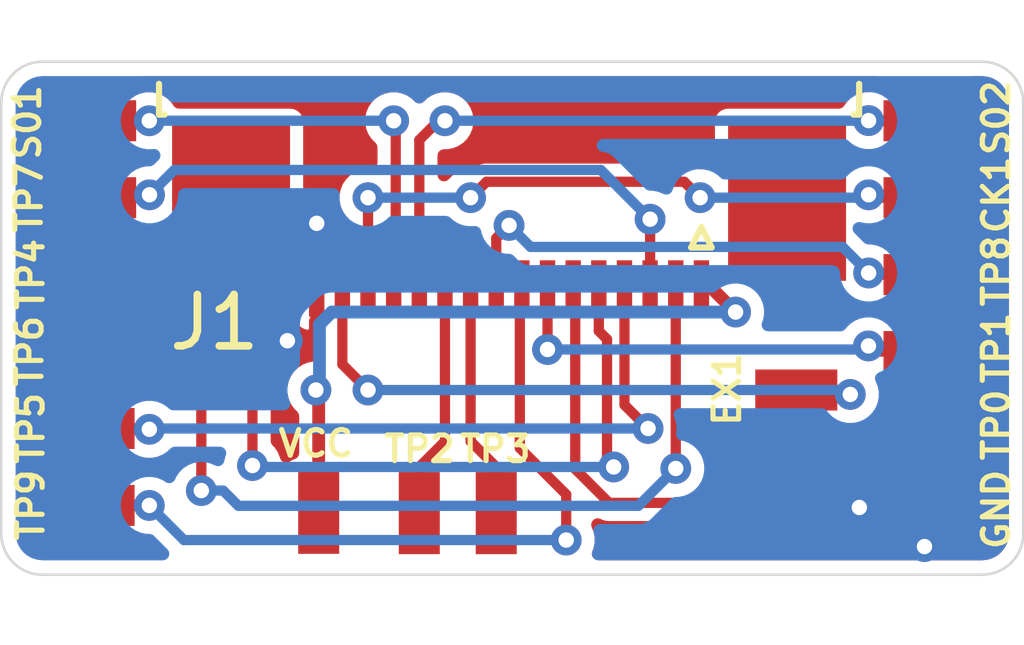
<source format=kicad_pcb>
(kicad_pcb (version 20211014) (generator pcbnew)
  (layers (0 "F.Cu" signal) (31 "B.Cu" signal) (34 "B.Paste" user) (35 "F.Paste" user) (36 "B.SilkS" user "B.Silkscreen") (37 "F.SilkS" user "F.Silkscreen") (38 "B.Mask" user) (39 "F.Mask" user) (44 "Edge.Cuts" user))
  (net 0 "")
  (net 1 "GND")
  (net 2 "GBA_CLK")
  (net 3 "GBA_AUD1")
  (net 4 "GBA_UP")
  (net 5 "GBA_START")
  (net 6 "GBA_DOWN")
  (net 7 "GBA_AUD2")
  (net 8 "GBA_A")
  (net 9 "GBA_SELECT")
  (net 10 "GBA_L")
  (net 11 "GBA_LEFT")
  (net 12 "GBA_VCC")
  (net 13 "GBA_RIGHT")
  (net 14 "GBA_R")
  (net 15 "GBA_B")
  (net 16 "EX1")
  (footprint "OFFSET:SOLDER_PAD" (layer "F.Cu") (at 189 63 -90)
    (fp_text reference "J8")
    (fp_text value "TP1" (at 0.675 -1.25 90) (layer "F.SilkS") (effects (font (size 0.5 0.5) (thickness 0.1)) (justify left)))
    (pad "1" smd rect locked (at 0 -0.25 270) (size 0.8 1.6) (drill (offset 0 0.4)) (layers "F.Cu" "F.Paste" "F.Mask") (net 15 "GBA_B"))
  )
  (footprint "OFFSET:SOLDER_PAD" (layer "F.Cu") (at 189 61.5 -90)
    (fp_text reference "J10")
    (fp_text value "TP8" (at 0.675 -1.25 90) (layer "F.SilkS") (effects (font (size 0.5 0.5) (thickness 0.1)) (justify left)))
    (pad "1" smd rect locked (at 0 -0.25 270) (size 0.8 1.6) (drill (offset 0 0.4)) (layers "F.Cu" "F.Paste" "F.Mask") (net 14 "GBA_R"))
  )
  (footprint "OFFSET:SOLDER_PAD" (layer "F.Cu") (at 189 58.5 -90)
    (fp_text reference "J13")
    (fp_text value "S02" (at 0.725 -1.25 90) (layer "F.SilkS") (effects (font (size 0.5 0.5) (thickness 0.1)) (justify left)))
    (pad "1" smd rect locked (at 0 -0.25 270) (size 0.8 1.6) (drill (offset 0 0.4)) (layers "F.Cu" "F.Paste" "F.Mask") (net 7 "GBA_AUD2"))
  )
  (footprint "OFFSET:SOLDER_PAD" (layer "F.Cu") (at 172.5295 58.5 90)
    (fp_text reference "J14")
    (fp_text value "S01" (at 0.75 -1.175 90) (layer "F.SilkS") (effects (font (size 0.5 0.5) (thickness 0.1)) (justify right)))
    (pad "1" smd rect locked (at 0 -0.25 90) (size 0.8 1.6) (drill (offset 0 0.4)) (layers "F.Cu" "F.Paste" "F.Mask") (net 3 "GBA_AUD1"))
  )
  (footprint "OFFSET:SOLDER_PAD" (layer "F.Cu") (at 186.5 63.75 -90)
    (fp_text reference "J16")
    (fp_text value "EX1" (at 0.75 1.5 90) (layer "F.SilkS") (effects (font (size 0.5 0.5) (thickness 0.1)) (justify left)))
    (pad "1" smd rect locked (at 0 -0.25 270) (size 0.8 1.6) (drill (offset 0 0.4)) (layers "F.Cu" "F.Paste" "F.Mask") (net 16 "EX1"))
  )
  (footprint "OFFSET:SOLDER_PAD" (layer "F.Cu") (at 189 64.5 -90)
    (fp_text reference "J7")
    (fp_text value "TP0" (at 0.675 -1.25 90) (layer "F.SilkS") (effects (font (size 0.5 0.5) (thickness 0.1)) (justify left)))
    (pad "1" smd rect locked (at 0 -0.25 270) (size 0.8 1.6) (drill (offset 0 0.4)) (layers "F.Cu" "F.Paste" "F.Mask") (net 8 "GBA_A"))
  )
  (footprint "OFFSET:SOLDER_PAD" (layer "F.Cu") (at 179 66)
    (fp_text reference "J12")
    (fp_text value "TP2" (at 0.75 -1.1) (layer "F.SilkS") (effects (font (size 0.5 0.5) (thickness 0.1)) (justify right)))
    (pad "1" smd rect locked (at 0 -0.25) (size 0.8 1.6) (drill (offset 0 0.4)) (layers "F.Cu" "F.Paste" "F.Mask") (net 9 "GBA_SELECT"))
  )
  (footprint "OFFSET:SOLDER_PAD" (layer "F.Cu") (at 172.5 61.5 90)
    (fp_text reference "J6")
    (fp_text value "TP4" (at 0.75 -1.0795 90) (layer "F.SilkS") (effects (font (size 0.5 0.5) (thickness 0.1)) (justify right)))
    (pad "1" smd rect locked (at 0 -0.25 90) (size 0.8 1.6) (drill (offset 0 0.4)) (layers "F.Cu" "F.Paste" "F.Mask") (net 13 "GBA_RIGHT"))
  )
  (footprint "OFFSET:SOLDER_PAD" (layer "F.Cu") (at 172.5295 60 90)
    (fp_text reference "J4")
    (fp_text value "TP7" (at 0.75 -1.143 270) (layer "F.SilkS") (effects (font (size 0.5 0.5) (thickness 0.1)) (justify right)))
    (pad "1" smd rect locked (at 0 -0.25 90) (size 0.8 1.6) (drill (offset 0 0.4)) (layers "F.Cu" "F.Paste" "F.Mask") (net 6 "GBA_DOWN"))
  )
  (footprint "OFFSET:SOLDER_PAD" (layer "F.Cu") (at 172.5 63 90)
    (fp_text reference "J3")
    (fp_text value "TP6" (at 0.75 -1.1 270) (layer "F.SilkS") (effects (font (size 0.5 0.5) (thickness 0.1)) (justify right)))
    (pad "1" smd rect locked (at 0 -0.25 90) (size 0.8 1.6) (drill (offset 0 0.4)) (layers "F.Cu" "F.Paste" "F.Mask") (net 4 "GBA_UP"))
  )
  (footprint "OFFSET:SOLDER_PAD" (layer "F.Cu") (at 172.5 66 90)
    (fp_text reference "J9")
    (fp_text value "TP9" (at 0.75 -1.0795 90) (layer "F.SilkS") (effects (font (size 0.5 0.5) (thickness 0.1)) (justify right)))
    (pad "1" smd rect locked (at 0 -0.25 90) (size 0.8 1.6) (drill (offset 0 0.4)) (layers "F.Cu" "F.Paste" "F.Mask") (net 10 "GBA_L"))
  )
  (footprint "OFFSET:SOLDER_PAD" (layer "F.Cu") (at 172.5 64.5 90)
    (fp_text reference "J5")
    (fp_text value "TP5" (at 0.75 -1.0795 270) (layer "F.SilkS") (effects (font (size 0.5 0.5) (thickness 0.1)) (justify right)))
    (pad "1" smd rect locked (at 0 -0.25 90) (size 0.8 1.6) (drill (offset 0 0.4)) (layers "F.Cu" "F.Paste" "F.Mask") (net 11 "GBA_LEFT"))
  )
  (footprint "OFFSET:SOLDER_PAD" (layer "F.Cu") (at 177.038 66.294 180)
    (fp_text reference "J2")
    (fp_text value "VCC" (at -0.725 1.5 180) (layer "F.SilkS") (effects (font (size 0.5 0.5) (thickness 0.1)) (justify right)))
    (pad "1" smd rect locked (at 0 -0.25 180) (size 0.8 1.6) (drill (offset 0 0.4)) (layers "F.Cu" "F.Paste" "F.Mask") (net 12 "GBA_VCC"))
  )
  (footprint "OFFSET:SOLDER_PAD" (layer "F.Cu") (at 189 66 -90)
    (fp_text reference "J17")
    (fp_text value "GND" (at -0.75 -1.25 90) (layer "F.SilkS") (effects (font (size 0.5 0.5) (thickness 0.1)) (justify right)))
    (pad "1" smd rect locked (at 0 -0.25 270) (size 0.8 1.6) (drill (offset 0 0.4)) (layers "F.Cu" "F.Paste" "F.Mask") (net 1 "GND"))
  )
  (footprint "OFFSET:SOLDER_PAD" (layer "F.Cu") (at 189 60 -90)
    (fp_text reference "J15")
    (fp_text value "CK1" (at 0.75 -1.25 90) (layer "F.SilkS") (effects (font (size 0.5 0.5) (thickness 0.1)) (justify left)))
    (pad "1" smd rect locked (at 0 -0.25 270) (size 0.8 1.6) (drill (offset 0 0.4)) (layers "F.Cu" "F.Paste" "F.Mask") (net 2 "GBA_CLK"))
  )
  (footprint "OFFSET:SOLDER_PAD" (layer "F.Cu") (at 180.5 66)
    (fp_text reference "J11")
    (fp_text value "TP3" (at 0.725 -1.1) (layer "F.SilkS") (effects (font (size 0.5 0.5) (thickness 0.1)) (justify right)))
    (pad "1" smd rect locked (at 0 -0.25) (size 0.8 1.6) (drill (offset 0 0.4)) (layers "F.Cu" "F.Paste" "F.Mask") (net 5 "GBA_START"))
  )
  (footprint "Connector_FFC-FPC:TE_1-1734839-6_1x16-1MP_P0.5mm_Horizontal" (layer "F.Cu") (at 180.75 60.421 180)
    (fp_text reference "J1" (at 5.744 -2.0122) (layer "F.SilkS"))
    (fp_text value "Conn_01x16")
    (fp_line (start -3.75 -0.15) (end -3.55 -0.55) (layer "F.SilkS") (width 0.12))
    (fp_line (start 6.715 2.04) (end 6.825 2.04) (layer "F.SilkS") (width 0.12))
    (fp_line (start -6.715 2.04) (end -6.825 2.04) (layer "F.SilkS") (width 0.12))
    (fp_line (start 6.825 2.04) (end 6.825 2.64) (layer "F.SilkS") (width 0.12))
    (fp_line (start -6.825 2.04) (end -6.825 2.64) (layer "F.SilkS") (width 0.12))
    (fp_line (start -3.95 -0.55) (end -3.75 -0.15) (layer "F.SilkS") (width 0.12))
    (fp_line (start -3.55 -0.55) (end -3.95 -0.55) (layer "F.SilkS") (width 0.12))
    (pad "1" smd rect locked (at -3.75 -1.35 180) (size 0.3 1.1) (layers "F.Cu" "F.Paste" "F.Mask") (net 12 "GBA_VCC"))
    (pad "2" smd rect locked (at -3.25 -1.35 180) (size 0.3 1.1) (layers "F.Cu" "F.Paste" "F.Mask") (net 4 "GBA_UP"))
    (pad "3" smd rect locked (at -2.75 -1.35 180) (size 0.3 1.1) (layers "F.Cu" "F.Paste" "F.Mask") (net 6 "GBA_DOWN"))
    (pad "4" smd rect locked (at -2.25 -1.35 180) (size 0.3 1.1) (layers "F.Cu" "F.Paste" "F.Mask") (net 11 "GBA_LEFT"))
    (pad "5" smd rect locked (at -1.75 -1.35 180) (size 0.3 1.1) (layers "F.Cu" "F.Paste" "F.Mask") (net 13 "GBA_RIGHT"))
    (pad "6" smd rect locked (at -1.25 -1.35 180) (size 0.3 1.1) (layers "F.Cu" "F.Paste" "F.Mask") (net 8 "GBA_A"))
    (pad "7" smd rect locked (at -0.75 -1.35 180) (size 0.3 1.1) (layers "F.Cu" "F.Paste" "F.Mask") (net 15 "GBA_B"))
    (pad "8" smd rect locked (at -0.25 -1.35 180) (size 0.3 1.1) (layers "F.Cu" "F.Paste" "F.Mask") (net 10 "GBA_L"))
    (pad "9" smd rect locked (at 0.25 -1.35 180) (size 0.3 1.1) (layers "F.Cu" "F.Paste" "F.Mask") (net 14 "GBA_R"))
    (pad "10" smd rect locked (at 0.75 -1.35 180) (size 0.3 1.1) (layers "F.Cu" "F.Paste" "F.Mask") (net 5 "GBA_START"))
    (pad "11" smd rect locked (at 1.25 -1.35 180) (size 0.3 1.1) (layers "F.Cu" "F.Paste" "F.Mask") (net 9 "GBA_SELECT"))
    (pad "12" smd rect locked (at 1.75 -1.35 180) (size 0.3 1.1) (layers "F.Cu" "F.Paste" "F.Mask") (net 7 "GBA_AUD2"))
    (pad "13" smd rect locked (at 2.25 -1.35 180) (size 0.3 1.1) (layers "F.Cu" "F.Paste" "F.Mask") (net 3 "GBA_AUD1"))
    (pad "14" smd rect locked (at 2.75 -1.35 180) (size 0.3 1.1) (layers "F.Cu" "F.Paste" "F.Mask") (net 2 "GBA_CLK"))
    (pad "15" smd rect locked (at 3.25 -1.35 180) (size 0.3 1.1) (layers "F.Cu" "F.Paste" "F.Mask") (net 16 "EX1"))
    (pad "16" smd rect locked (at 3.75 -1.35 180) (size 0.3 1.1) (layers "F.Cu" "F.Paste" "F.Mask") (net 1 "GND"))
    (pad "MP" smd rect locked (at -5.42 0.35 180) (size 2.3 3.1) (layers "F.Cu" "F.Paste" "F.Mask"))
    (pad "MP" smd rect locked (at 5.42 0.35 180) (size 2.3 3.1) (layers "F.Cu" "F.Paste" "F.Mask"))
  )
  (gr_line (start 189.975 57.35) (end 171.65 57.35) (layer "Edge.Cuts") (width 0.05))
  (gr_arc (start 190.775 66.55) (mid 190.540685 67.115685) (end 189.975 67.35) (layer "Edge.Cuts") (width 0.05))
  (gr_line (start 170.85 58.15) (end 170.85 66.55) (layer "Edge.Cuts") (width 0.05))
  (gr_arc (start 189.975 57.35) (mid 190.540685 57.584315) (end 190.775 58.15) (layer "Edge.Cuts") (width 0.05))
  (gr_arc (start 171.65 67.35) (mid 171.084315 67.115685) (end 170.85 66.55) (layer "Edge.Cuts") (width 0.05))
  (gr_line (start 190.775 66.55) (end 190.775 58.15) (layer "Edge.Cuts") (width 0.05))
  (gr_arc (start 170.85 58.15) (mid 171.084315 57.584315) (end 171.65 57.35) (layer "Edge.Cuts") (width 0.05))
  (gr_line (start 171.65 67.35) (end 189.975 67.35) (layer "Edge.Cuts") (width 0.05))
  (segment (start 177 60.5) (end 177 62.954) (width 0.2) (layer "F.Cu") (net 1))
  (segment (start 177 62.954) (end 177.038 62.992) (width 0.2) (layer "F.Cu") (net 1))
  (segment (start 177 60.5) (end 177 60.5) (width 0.2) (layer "F.Cu") (net 1))
  (via (at 176.4284 62.7888) (size 0.6) (drill 0.3) (layers "F.Cu" "B.Cu") (net 1))
  (via (at 177 60.5) (size 0.6) (drill 0.3) (layers "F.Cu" "B.Cu") (net 1))
  (via (at 188.849 66.802) (size 0.6) (drill 0.3) (layers "F.Cu" "B.Cu") (net 1))
  (via (at 187.579 66.04) (size 0.6) (drill 0.3) (layers "F.Cu" "B.Cu") (net 1))
  (segment (start 189.25 60) (end 187.816034 60) (width 0.2) (layer "F.Cu") (net 2))
  (segment (start 187.816034 60) (end 187.760034 59.944) (width 0.2) (layer "F.Cu") (net 2))
  (segment (start 178 61.75) (end 178 60) (width 0.2) (layer "F.Cu") (net 2))
  (segment (start 180 60) (end 180.31 59.69) (width 0.2) (layer "F.Cu") (net 2))
  (segment (start 180.31 59.69) (end 184.164994 59.69) (width 0.2) (layer "F.Cu") (net 2))
  (segment (start 184.164994 59.69) (end 184.474994 60) (width 0.2) (layer "F.Cu") (net 2))
  (via (at 178 60) (size 0.6) (drill 0.3) (layers "F.Cu" "B.Cu") (net 2))
  (via (at 180 60) (size 0.6) (drill 0.3) (layers "F.Cu" "B.Cu") (net 2))
  (via (at 184.474994 60) (size 0.6) (drill 0.3) (layers "F.Cu" "B.Cu") (net 2))
  (via (at 187.760034 59.944) (size 0.6) (drill 0.3) (layers "F.Cu" "B.Cu") (net 2))
  (segment (start 180 60) (end 178 60) (width 0.2) (layer "B.Cu") (net 2))
  (segment (start 187.704034 60) (end 187.760034 59.944) (width 0.2) (layer "B.Cu") (net 2))
  (segment (start 184.474994 60) (end 187.704034 60) (width 0.2) (layer "B.Cu") (net 2))
  (segment (start 178.5 58.5) (end 178.540001 58.540001) (width 0.2) (layer "F.Cu") (net 3))
  (segment (start 178.540001 58.540001) (end 178.540001 61.709999) (width 0.2) (layer "F.Cu") (net 3))
  (segment (start 172.2795 58.5) (end 173.736 58.5) (width 0.2) (layer "F.Cu") (net 3))
  (segment (start 178.540001 61.709999) (end 178.5 61.75) (width 0.2) (layer "F.Cu") (net 3))
  (via (at 178.5 58.5) (size 0.6) (drill 0.3) (layers "F.Cu" "B.Cu") (net 3))
  (via (at 173.736 58.5) (size 0.6) (drill 0.3) (layers "F.Cu" "B.Cu") (net 3))
  (segment (start 178.5 58.5) (end 173.736 58.5) (width 0.2) (layer "B.Cu") (net 3))
  (segment (start 184 61.75) (end 184 65.279509) (width 0.2) (layer "F.Cu") (net 4))
  (segment (start 172.25 63) (end 174.5568 63) (width 0.2) (layer "F.Cu") (net 4))
  (segment (start 174.750006 63.193206) (end 174.750006 65.709996) (width 0.2) (layer "F.Cu") (net 4))
  (segment (start 174.5568 63) (end 174.750006 63.193206) (width 0.2) (layer "F.Cu") (net 4))
  (via (at 174.750006 65.709996) (size 0.6) (drill 0.3) (layers "F.Cu" "B.Cu") (net 4))
  (via (at 184 65.279509) (size 0.6) (drill 0.3) (layers "F.Cu" "B.Cu") (net 4))
  (segment (start 175.17427 65.709996) (end 174.750006 65.709996) (width 0.2) (layer "B.Cu") (net 4))
  (segment (start 184 65.279509) (end 183.27151 66.007999) (width 0.2) (layer "B.Cu") (net 4))
  (segment (start 175.472273 66.007999) (end 175.17427 65.709996) (width 0.2) (layer "B.Cu") (net 4))
  (segment (start 183.27151 66.007999) (end 175.472273 66.007999) (width 0.2) (layer "B.Cu") (net 4))
  (segment (start 180 61.75) (end 180 64.75) (width 0.2) (layer "F.Cu") (net 5))
  (segment (start 180.5 65.25) (end 180.5 65.663) (width 0.2) (layer "F.Cu") (net 5))
  (segment (start 180 64.75) (end 180.5 65.25) (width 0.2) (layer "F.Cu") (net 5))
  (segment (start 173.68397 60) (end 173.73997 59.944) (width 0.2) (layer "F.Cu") (net 6))
  (segment (start 183.5 61.75) (end 183.5 60.41999) (width 0.2) (layer "F.Cu") (net 6))
  (segment (start 172.2795 60) (end 173.68397 60) (width 0.2) (layer "F.Cu") (net 6))
  (via (at 173.73997 59.944) (size 0.6) (drill 0.3) (layers "F.Cu" "B.Cu") (net 6))
  (via (at 183.5 60.41999) (size 0.6) (drill 0.3) (layers "F.Cu" "B.Cu") (net 6))
  (segment (start 174.223971 59.459999) (end 182.540009 59.459999) (width 0.2) (layer "B.Cu") (net 6))
  (segment (start 173.73997 59.944) (end 174.223971 59.459999) (width 0.2) (layer "B.Cu") (net 6))
  (segment (start 182.540009 59.459999) (end 183.5 60.41999) (width 0.2) (layer "B.Cu") (net 6))
  (segment (start 179.375 58.5) (end 179.5 58.5) (width 0.2) (layer "F.Cu") (net 7))
  (segment (start 187.762273 58.5) (end 187.75937 58.497097) (width 0.2) (layer "F.Cu") (net 7))
  (segment (start 189.25 58.5) (end 187.762273 58.5) (width 0.2) (layer "F.Cu") (net 7))
  (segment (start 179 61.75) (end 179 58.875) (width 0.2) (layer "F.Cu") (net 7))
  (segment (start 179 58.875) (end 179.375 58.5) (width 0.2) (layer "F.Cu") (net 7))
  (via (at 179.5 58.5) (size 0.6) (drill 0.3) (layers "F.Cu" "B.Cu") (net 7))
  (via (at 187.75937 58.497097) (size 0.6) (drill 0.3) (layers "F.Cu" "B.Cu") (net 7))
  (segment (start 179.5 58.5) (end 187.756467 58.5) (width 0.2) (layer "B.Cu") (net 7))
  (segment (start 187.756467 58.5) (end 187.75937 58.497097) (width 0.2) (layer "B.Cu") (net 7))
  (segment (start 187.198 64.643) (end 187.198 65.786) (width 0.2) (layer "F.Cu") (net 8))
  (segment (start 187.033999 65.950001) (end 182.700001 65.950001) (width 0.2) (layer "F.Cu") (net 8))
  (segment (start 182.040004 61.790004) (end 182 61.75) (width 0.2) (layer "F.Cu") (net 8))
  (segment (start 187.198 65.786) (end 187.033999 65.950001) (width 0.2) (layer "F.Cu") (net 8))
  (segment (start 182.700001 65.950001) (end 182.040004 65.290004) (width 0.2) (layer "F.Cu") (net 8))
  (segment (start 182.040004 65.290004) (end 182.040004 61.790004) (width 0.2) (layer "F.Cu") (net 8))
  (segment (start 187.341 64.5) (end 187.198 64.643) (width 0.2) (layer "F.Cu") (net 8))
  (segment (start 189.25 64.5) (end 187.341 64.5) (width 0.2) (layer "F.Cu") (net 8))
  (segment (start 179.5 64.75) (end 179 65.25) (width 0.2) (layer "F.Cu") (net 9))
  (segment (start 179 65.25) (end 179 65.75) (width 0.2) (layer "F.Cu") (net 9))
  (segment (start 179.5 61.75) (end 179.5 64.75) (width 0.2) (layer "F.Cu") (net 9))
  (segment (start 181 61.75) (end 180.959995 61.790005) (width 0.2) (layer "F.Cu") (net 10))
  (segment (start 172.25 66) (end 173.736 66) (width 0.2) (layer "F.Cu") (net 10))
  (segment (start 180.959995 64.881995) (end 181.864 65.786) (width 0.2) (layer "F.Cu") (net 10))
  (segment (start 181.864 65.786) (end 181.864 66.675) (width 0.2) (layer "F.Cu") (net 10))
  (segment (start 180.959995 61.790005) (end 180.959995 64.881995) (width 0.2) (layer "F.Cu") (net 10))
  (via (at 181.864 66.675) (size 0.6) (drill 0.3) (layers "F.Cu" "B.Cu") (net 10))
  (via (at 173.736 66) (size 0.6) (drill 0.3) (layers "F.Cu" "B.Cu") (net 10))
  (segment (start 181.864 66.675) (end 174.411 66.675) (width 0.2) (layer "B.Cu") (net 10))
  (segment (start 174.411 66.675) (end 173.736 66) (width 0.2) (layer "B.Cu") (net 10))
  (segment (start 172.25 64.5) (end 173.72 64.5) (width 0.2) (layer "F.Cu") (net 11))
  (segment (start 183 64.04001) (end 183.45999 64.5) (width 0.2) (layer "F.Cu") (net 11))
  (segment (start 173.72 64.5) (end 173.736 64.516) (width 0.2) (layer "F.Cu") (net 11))
  (segment (start 183 61.75) (end 183 64.04001) (width 0.2) (layer "F.Cu") (net 11))
  (via (at 183.45999 64.5) (size 0.6) (drill 0.3) (layers "F.Cu" "B.Cu") (net 11))
  (via (at 173.736 64.516) (size 0.6) (drill 0.3) (layers "F.Cu" "B.Cu") (net 11))
  (segment (start 183.45999 64.5) (end 173.752 64.5) (width 0.2) (layer "B.Cu") (net 11))
  (segment (start 173.752 64.5) (end 173.736 64.516) (width 0.2) (layer "B.Cu") (net 11))
  (segment (start 185.166 62.23) (end 185.166 62.23) (width 0.25) (layer "F.Cu") (net 12))
  (segment (start 184.686 61.75) (end 185.166 62.23) (width 0.25) (layer "F.Cu") (net 12))
  (segment (start 177.038 66.544) (end 177.038 63.754) (width 0.25) (layer "F.Cu") (net 12))
  (segment (start 184.5 61.75) (end 184.686 61.75) (width 0.25) (layer "F.Cu") (net 12))
  (via (at 176.984 63.75) (size 0.6) (drill 0.3) (layers "F.Cu" "B.Cu") (net 12))
  (via (at 185.166 62.23) (size 0.6) (drill 0.3) (layers "F.Cu" "B.Cu") (net 12))
  (segment (start 177.053401 63.680599) (end 176.984 63.75) (width 0.25) (layer "B.Cu") (net 12))
  (segment (start 177.292 62.23) (end 177.053401 62.468599) (width 0.25) (layer "B.Cu") (net 12))
  (segment (start 185.166 62.23) (end 177.292 62.23) (width 0.25) (layer "B.Cu") (net 12))
  (segment (start 177.053401 62.468599) (end 177.053401 63.680599) (width 0.25) (layer "B.Cu") (net 12))
  (segment (start 175.747183 62.107583) (end 175.747183 63.008385) (width 0.2) (layer "F.Cu") (net 13))
  (segment (start 175.747183 63.008385) (end 175.747183 65.222349) (width 0.2) (layer "F.Cu") (net 13))
  (segment (start 172.25 61.5) (end 173.626998 61.5) (width 0.2) (layer "F.Cu") (net 13))
  (segment (start 173.626998 61.5) (end 173.987999 61.861001) (width 0.2) (layer "F.Cu") (net 13))
  (segment (start 182.5 62.6) (end 182.659989 62.759989) (width 0.2) (layer "F.Cu") (net 13))
  (segment (start 173.987999 61.861001) (end 175.500601 61.861001) (width 0.2) (layer "F.Cu") (net 13))
  (segment (start 175.500601 61.861001) (end 175.747183 62.107583) (width 0.2) (layer "F.Cu") (net 13))
  (segment (start 182.659989 62.759989) (end 182.659989 65.119989) (width 0.2) (layer "F.Cu") (net 13))
  (segment (start 182.5 61.75) (end 182.5 62.6) (width 0.2) (layer "F.Cu") (net 13))
  (segment (start 182.659989 65.119989) (end 182.79 65.25) (width 0.2) (layer "F.Cu") (net 13))
  (via (at 182.79 65.25) (size 0.6) (drill 0.3) (layers "F.Cu" "B.Cu") (net 13))
  (via (at 175.747183 65.222349) (size 0.6) (drill 0.3) (layers "F.Cu" "B.Cu") (net 13))
  (segment (start 175.774834 65.25) (end 175.747183 65.222349) (width 0.2) (layer "B.Cu") (net 13))
  (segment (start 182.79 65.25) (end 175.774834 65.25) (width 0.2) (layer "B.Cu") (net 13))
  (segment (start 187.792028 61.5) (end 187.760028 61.468) (width 0.2) (layer "F.Cu") (net 14))
  (segment (start 189.25 61.5) (end 187.792028 61.5) (width 0.2) (layer "F.Cu") (net 14))
  (segment (start 180.75 60.54) (end 180.5 60.79) (width 0.2) (layer "F.Cu") (net 14))
  (segment (start 180.5 60.79) (end 180.5 61.75) (width 0.2) (layer "F.Cu") (net 14))
  (via (at 187.760028 61.468) (size 0.6) (drill 0.3) (layers "F.Cu" "B.Cu") (net 14))
  (via (at 180.75 60.54) (size 0.6) (drill 0.3) (layers "F.Cu" "B.Cu") (net 14))
  (segment (start 187.252028 60.96) (end 187.760028 61.468) (width 0.2) (layer "B.Cu") (net 14))
  (segment (start 180.75 60.54) (end 181.17 60.96) (width 0.2) (layer "B.Cu") (net 14))
  (segment (start 181.17 60.96) (end 187.252028 60.96) (width 0.2) (layer "B.Cu") (net 14))
  (segment (start 181.5 62.95999) (end 181.499996 62.959994) (width 0.2) (layer "F.Cu") (net 15))
  (segment (start 189.25 63) (end 187.706002 63) (width 0.2) (layer "F.Cu") (net 15))
  (segment (start 181.5 61.75) (end 181.5 62.95999) (width 0.2) (layer "F.Cu") (net 15))
  (segment (start 187.706002 63) (end 187.706002 62.941224) (width 0.2) (layer "F.Cu") (net 15))
  (segment (start 187.706002 62.941224) (end 187.7568 62.890426) (width 0.2) (layer "F.Cu") (net 15))
  (via (at 181.499996 62.959994) (size 0.6) (drill 0.3) (layers "F.Cu" "B.Cu") (net 15))
  (via (at 187.7568 62.890426) (size 0.6) (drill 0.3) (layers "F.Cu" "B.Cu") (net 15))
  (segment (start 187.687232 62.959994) (end 187.7568 62.890426) (width 0.2) (layer "B.Cu") (net 15))
  (segment (start 181.499996 62.959994) (end 187.687232 62.959994) (width 0.2) (layer "B.Cu") (net 15))
  (segment (start 187.316389 63.75) (end 187.402749 63.83636) (width 0.2) (layer "F.Cu") (net 16))
  (segment (start 177.5 61.771) (end 177.5 63.25) (width 0.2) (layer "F.Cu") (net 16))
  (segment (start 186.75 63.75) (end 187.316389 63.75) (width 0.2) (layer "F.Cu") (net 16))
  (segment (start 177.5 63.25) (end 178 63.75) (width 0.2) (layer "F.Cu") (net 16))
  (via (at 178 63.75) (size 0.6) (drill 0.3) (layers "F.Cu" "B.Cu") (net 16))
  (via (at 187.402749 63.83636) (size 0.6) (drill 0.3) (layers "F.Cu" "B.Cu") (net 16))
  (segment (start 178 63.75) (end 187.316389 63.75) (width 0.2) (layer "B.Cu") (net 16))
  (segment (start 187.316389 63.75) (end 187.402749 63.83636) (width 0.2) (layer "B.Cu") (net 16))
  (zone (net 1) (net_name "GND") (layer "F.Cu") (connect_pads (clearance 0.254)) (min_thickness 0.254) (fill yes (thermal_gap 0.254) (thermal_bridge_width 0.381))
    (polygon (pts (xy 190.725 57.35) (xy 190.725 67.35) (xy 170.925 67.375) (xy 170.925 57.375)))
  )
  (zone (net 1) (net_name "GND") (layer "B.Cu") (connect_pads (clearance 0.254)) (min_thickness 0.254) (fill yes (thermal_gap 0.254) (thermal_bridge_width 0.381))
    (polygon (pts (xy 190.725 57.35) (xy 190.725 67.35) (xy 170.925 67.375) (xy 170.925 57.375)))
  )
)
</source>
